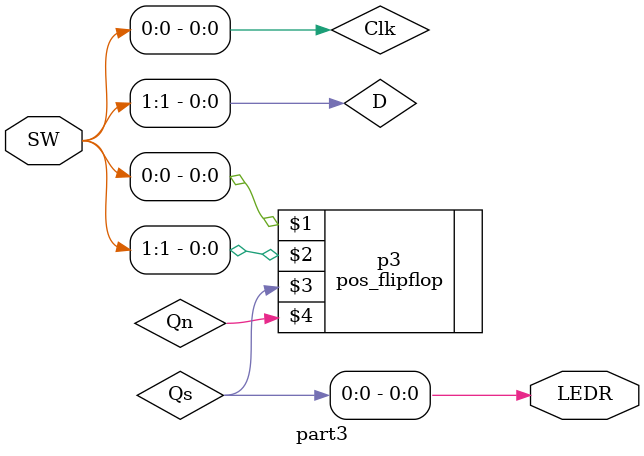
<source format=v>
module part3(SW, LEDR);
	 input [1:0] SW;
	 output [9:0] LEDR;
	 wire D, Clk, Qs, Qn;
	 assign Clk = SW[0] ;
	 assign D = SW[1];
	 pos_flipflop p3(Clk, D, Qs, Qn);
	 assign LEDR[0] = Qs;
endmodule


</source>
